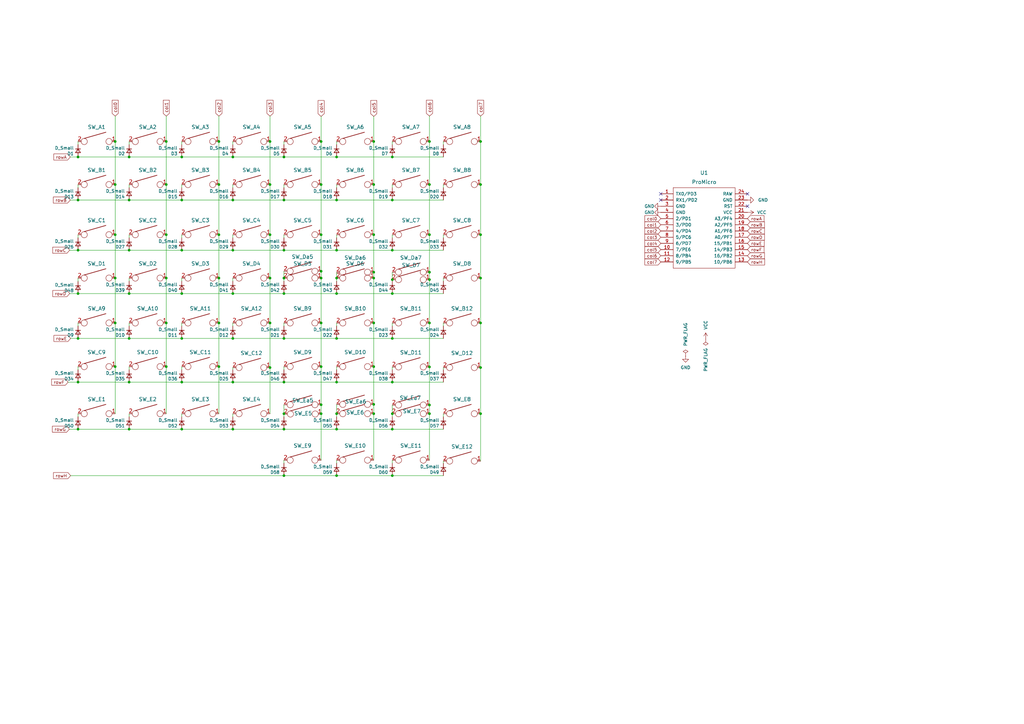
<source format=kicad_sch>
(kicad_sch (version 20230121) (generator eeschema)
  (paper "A3")
  (junction (at 138.049 138.811))
  (junction (at 138.049 195.072))
  (junction (at 138.049 156.718))
  (junction (at 131.699 169.672))
  (junction (at 131.699 58.039))
  (junction (at 52.959 156.718))
  (junction (at 110.744 114.046))
  (junction (at 138.049 64.389))
  (junction (at 68.199 58.039))
  (junction (at 176.149 169.672))
  (junction (at 32.004 156.718))
  (junction (at 153.289 58.039))
  (junction (at 68.199 132.461))
  (junction (at 32.004 82.042))
  (junction (at 68.199 150.368))
  (junction (at 68.199 75.692))
  (junction (at 95.504 156.718))
  (junction (at 176.149 96.266))
  (junction (at 176.149 132.461))
  (junction (at 116.459 114.046))
  (junction (at 160.909 176.022))
  (junction (at 47.244 132.461))
  (junction (at 95.504 64.389))
  (junction (at 116.459 120.396))
  (junction (at 197.104 75.692))
  (junction (at 116.459 102.616))
  (junction (at 47.244 114.046))
  (junction (at 74.549 64.389))
  (junction (at 89.789 132.461))
  (junction (at 52.959 102.616))
  (junction (at 32.004 176.022))
  (junction (at 32.004 102.616))
  (junction (at 32.004 138.811))
  (junction (at 74.549 102.616))
  (junction (at 89.789 96.266))
  (junction (at 138.049 169.672))
  (junction (at 89.789 150.368))
  (junction (at 131.699 165.989))
  (junction (at 89.789 58.039))
  (junction (at 138.049 114.046))
  (junction (at 153.289 111.633))
  (junction (at 160.909 195.072))
  (junction (at 116.459 195.072))
  (junction (at 176.149 75.692))
  (junction (at 176.149 114.681))
  (junction (at 197.104 114.046))
  (junction (at 197.104 132.461))
  (junction (at 32.004 64.389))
  (junction (at 116.459 156.718))
  (junction (at 116.459 64.389))
  (junction (at 176.149 58.039))
  (junction (at 95.504 102.616))
  (junction (at 138.049 82.042))
  (junction (at 116.459 138.811))
  (junction (at 197.104 169.672))
  (junction (at 160.909 156.718))
  (junction (at 68.199 114.046))
  (junction (at 131.699 132.461))
  (junction (at 138.049 120.396))
  (junction (at 131.699 114.046))
  (junction (at 153.289 96.266))
  (junction (at 95.504 176.022))
  (junction (at 153.289 114.046))
  (junction (at 74.549 120.396))
  (junction (at 110.744 132.461))
  (junction (at 52.959 82.042))
  (junction (at 74.549 82.042))
  (junction (at 138.049 102.616))
  (junction (at 110.744 75.692))
  (junction (at 131.699 75.692))
  (junction (at 110.744 58.039))
  (junction (at 153.289 165.862))
  (junction (at 176.149 111.633))
  (junction (at 197.104 150.749))
  (junction (at 160.909 64.389))
  (junction (at 153.289 132.461))
  (junction (at 160.909 169.672))
  (junction (at 131.699 111.252))
  (junction (at 47.244 58.039))
  (junction (at 116.459 82.042))
  (junction (at 131.699 96.266))
  (junction (at 176.149 150.495))
  (junction (at 153.289 75.692))
  (junction (at 74.549 176.022))
  (junction (at 116.459 169.672))
  (junction (at 160.909 120.396))
  (junction (at 47.244 75.692))
  (junction (at 160.909 138.811))
  (junction (at 68.199 96.266))
  (junction (at 74.549 138.811))
  (junction (at 52.959 120.396))
  (junction (at 95.504 82.042))
  (junction (at 153.289 169.672))
  (junction (at 95.504 138.811))
  (junction (at 197.104 96.266))
  (junction (at 110.744 96.266))
  (junction (at 116.459 176.022))
  (junction (at 95.504 120.396))
  (junction (at 153.289 150.368))
  (junction (at 89.789 114.046))
  (junction (at 89.789 75.692))
  (junction (at 32.004 120.396))
  (junction (at 52.959 176.022))
  (junction (at 197.104 58.039))
  (junction (at 47.244 150.368))
  (junction (at 131.699 150.368))
  (junction (at 176.149 166.116))
  (junction (at 160.909 102.616))
  (junction (at 110.744 150.749))
  (junction (at 74.549 156.718))
  (junction (at 138.049 176.022))
  (junction (at 47.244 96.266))
  (junction (at 52.959 64.389))
  (junction (at 160.909 114.681))
  (junction (at 52.959 138.811))
  (junction (at 160.909 82.042))
  (no_connect (at 306.578 79.502))
  (no_connect (at 306.578 84.582))
  (no_connect (at 271.018 79.502))
  (no_connect (at 271.018 82.042))
  (wire (pts (xy 138.049 188.722) (xy 138.049 189.992)))
  (wire (pts (xy 160.909 132.461) (xy 160.909 133.731)))
  (wire (pts (xy 116.459 150.368) (xy 116.459 151.638)))
  (wire (pts (xy 110.744 96.266) (xy 110.744 114.046)))
  (wire (pts (xy 176.149 58.039) (xy 176.149 47.625)))
  (wire (pts (xy 116.459 114.046) (xy 116.586 114.046)))
  (wire (pts (xy 131.699 75.692) (xy 131.699 96.266)))
  (wire (pts (xy 176.149 114.681) (xy 176.149 132.461)))
  (wire (pts (xy 116.459 169.672) (xy 116.459 170.942)))
  (wire (pts (xy 160.909 169.672) (xy 160.909 170.942)))
  (wire (pts (xy 27.94 156.718) (xy 32.004 156.718)))
  (wire (pts (xy 197.104 150.749) (xy 197.104 169.672)))
  (wire (pts (xy 116.586 169.799) (xy 116.459 169.672)))
  (wire (pts (xy 181.864 150.749) (xy 181.864 151.638)))
  (wire (pts (xy 32.004 102.616) (xy 52.959 102.616)))
  (wire (pts (xy 95.504 176.022) (xy 116.459 176.022)))
  (wire (pts (xy 110.744 75.692) (xy 110.744 96.266)))
  (wire (pts (xy 28.575 102.616) (xy 32.004 102.616)))
  (wire (pts (xy 32.004 132.461) (xy 32.004 133.731)))
  (wire (pts (xy 160.909 82.042) (xy 181.864 82.042)))
  (wire (pts (xy 160.909 75.692) (xy 160.909 76.962)))
  (wire (pts (xy 116.459 75.692) (xy 116.459 76.962)))
  (wire (pts (xy 32.004 169.672) (xy 32.004 170.942)))
  (wire (pts (xy 138.049 165.862) (xy 138.049 169.672)))
  (wire (pts (xy 138.049 132.461) (xy 138.049 133.731)))
  (wire (pts (xy 116.459 96.266) (xy 116.459 97.536)))
  (wire (pts (xy 89.789 150.368) (xy 89.789 169.672)))
  (wire (pts (xy 89.789 96.266) (xy 89.789 114.046)))
  (wire (pts (xy 160.909 96.266) (xy 160.909 97.536)))
  (wire (pts (xy 32.004 176.022) (xy 52.959 176.022)))
  (wire (pts (xy 181.864 132.461) (xy 181.864 133.731)))
  (wire (pts (xy 32.004 96.266) (xy 32.004 97.536)))
  (wire (pts (xy 160.909 64.389) (xy 181.864 64.389)))
  (wire (pts (xy 52.959 169.672) (xy 52.959 170.942)))
  (wire (pts (xy 176.149 58.039) (xy 176.149 75.692)))
  (wire (pts (xy 89.789 132.461) (xy 89.789 150.368)))
  (wire (pts (xy 160.909 169.672) (xy 161.036 169.672)))
  (wire (pts (xy 32.004 75.692) (xy 32.004 76.962)))
  (wire (pts (xy 110.744 150.749) (xy 110.744 169.672)))
  (wire (pts (xy 28.829 82.042) (xy 32.004 82.042)))
  (wire (pts (xy 32.004 138.811) (xy 52.959 138.811)))
  (wire (pts (xy 197.104 58.039) (xy 197.104 75.692)))
  (wire (pts (xy 131.699 58.039) (xy 131.699 75.692)))
  (wire (pts (xy 153.289 111.633) (xy 153.289 114.046)))
  (wire (pts (xy 47.244 47.625) (xy 47.244 58.039)))
  (wire (pts (xy 28.575 120.396) (xy 32.004 120.396)))
  (wire (pts (xy 32.004 156.718) (xy 52.959 156.718)))
  (wire (pts (xy 95.504 114.046) (xy 95.504 115.316)))
  (wire (pts (xy 28.956 138.811) (xy 32.004 138.811)))
  (wire (pts (xy 32.004 120.396) (xy 32.004 120.523)))
  (wire (pts (xy 95.504 150.749) (xy 95.504 151.638)))
  (wire (pts (xy 160.909 138.811) (xy 181.864 138.811)))
  (wire (pts (xy 138.049 64.389) (xy 160.909 64.389)))
  (wire (pts (xy 95.504 75.692) (xy 95.504 76.962)))
  (wire (pts (xy 153.289 75.692) (xy 153.289 96.266)))
  (wire (pts (xy 160.909 102.616) (xy 181.864 102.616)))
  (wire (pts (xy 160.909 58.039) (xy 160.909 59.309)))
  (wire (pts (xy 68.199 58.039) (xy 68.199 47.625)))
  (wire (pts (xy 138.049 120.396) (xy 160.909 120.396)))
  (wire (pts (xy 74.549 96.266) (xy 74.549 97.536)))
  (wire (pts (xy 52.959 64.389) (xy 74.549 64.389)))
  (wire (pts (xy 52.959 156.718) (xy 74.549 156.718)))
  (wire (pts (xy 74.549 82.042) (xy 95.504 82.042)))
  (wire (pts (xy 116.459 120.396) (xy 138.049 120.396)))
  (wire (pts (xy 197.104 75.692) (xy 197.104 96.266)))
  (wire (pts (xy 89.789 75.692) (xy 89.789 96.266)))
  (wire (pts (xy 138.049 58.039) (xy 138.049 59.309)))
  (wire (pts (xy 116.459 165.989) (xy 116.459 169.672)))
  (wire (pts (xy 52.959 176.022) (xy 74.549 176.022)))
  (wire (pts (xy 131.699 132.461) (xy 131.699 150.368)))
  (wire (pts (xy 95.504 138.811) (xy 116.459 138.811)))
  (wire (pts (xy 52.959 114.046) (xy 52.959 115.316)))
  (wire (pts (xy 74.549 150.368) (xy 74.549 151.638)))
  (wire (pts (xy 74.549 132.461) (xy 74.549 133.731)))
  (wire (pts (xy 131.699 150.368) (xy 131.699 165.989)))
  (wire (pts (xy 95.504 82.042) (xy 116.459 82.042)))
  (wire (pts (xy 68.199 75.692) (xy 68.199 96.266)))
  (wire (pts (xy 131.699 111.252) (xy 131.699 114.046)))
  (wire (pts (xy 74.549 58.039) (xy 74.549 59.309)))
  (wire (pts (xy 68.199 132.461) (xy 68.199 150.368)))
  (wire (pts (xy 160.909 111.633) (xy 160.909 114.681)))
  (wire (pts (xy 116.459 195.072) (xy 138.049 195.072)))
  (wire (pts (xy 68.199 96.266) (xy 68.199 114.046)))
  (wire (pts (xy 32.004 114.046) (xy 32.004 115.443)))
  (wire (pts (xy 32.004 64.389) (xy 52.959 64.389)))
  (wire (pts (xy 131.699 165.989) (xy 131.699 169.672)))
  (wire (pts (xy 116.459 156.718) (xy 138.049 156.718)))
  (wire (pts (xy 153.289 165.862) (xy 153.289 169.672)))
  (wire (pts (xy 74.549 156.718) (xy 95.504 156.718)))
  (wire (pts (xy 138.049 75.692) (xy 138.049 76.962)))
  (wire (pts (xy 89.789 58.039) (xy 89.789 75.692)))
  (wire (pts (xy 110.744 114.046) (xy 110.744 132.461)))
  (wire (pts (xy 153.289 47.752) (xy 153.289 58.039)))
  (wire (pts (xy 89.789 114.046) (xy 89.789 132.461)))
  (wire (pts (xy 176.149 169.672) (xy 176.149 188.722)))
  (wire (pts (xy 153.289 150.368) (xy 153.289 165.862)))
  (wire (pts (xy 138.049 138.811) (xy 160.909 138.811)))
  (wire (pts (xy 74.549 169.672) (xy 74.549 170.942)))
  (wire (pts (xy 28.956 195.072) (xy 116.459 195.072)))
  (wire (pts (xy 95.504 132.461) (xy 95.504 133.731)))
  (wire (pts (xy 153.289 132.461) (xy 153.289 150.368)))
  (wire (pts (xy 74.549 64.389) (xy 95.504 64.389)))
  (wire (pts (xy 95.504 156.718) (xy 116.459 156.718)))
  (wire (pts (xy 181.864 96.266) (xy 181.864 97.536)))
  (wire (pts (xy 89.789 58.039) (xy 89.789 47.625)))
  (wire (pts (xy 138.049 176.022) (xy 160.909 176.022)))
  (wire (pts (xy 181.864 58.039) (xy 181.864 59.309)))
  (wire (pts (xy 153.289 96.266) (xy 153.289 111.633)))
  (wire (pts (xy 131.699 169.672) (xy 131.699 188.722)))
  (wire (pts (xy 95.504 169.672) (xy 95.504 170.942)))
  (wire (pts (xy 116.459 102.616) (xy 138.049 102.616)))
  (wire (pts (xy 116.459 111.252) (xy 116.459 114.046)))
  (wire (pts (xy 47.244 150.368) (xy 47.244 169.672)))
  (wire (pts (xy 52.959 82.042) (xy 74.549 82.042)))
  (wire (pts (xy 116.459 58.039) (xy 116.459 59.309)))
  (wire (pts (xy 181.864 169.672) (xy 181.864 170.942)))
  (wire (pts (xy 160.909 120.396) (xy 181.864 120.396)))
  (wire (pts (xy 32.004 82.042) (xy 52.959 82.042)))
  (wire (pts (xy 138.049 102.616) (xy 160.909 102.616)))
  (wire (pts (xy 47.244 132.461) (xy 47.244 150.368)))
  (wire (pts (xy 116.459 138.811) (xy 138.049 138.811)))
  (wire (pts (xy 47.244 96.266) (xy 47.244 114.046)))
  (wire (pts (xy 160.909 195.072) (xy 181.864 195.072)))
  (wire (pts (xy 68.199 150.368) (xy 68.199 169.672)))
  (wire (pts (xy 138.049 150.368) (xy 138.049 151.638)))
  (wire (pts (xy 131.699 114.046) (xy 131.699 132.461)))
  (wire (pts (xy 197.104 96.266) (xy 197.104 114.046)))
  (wire (pts (xy 176.149 150.495) (xy 176.149 166.116)))
  (wire (pts (xy 116.459 132.461) (xy 116.459 133.731)))
  (wire (pts (xy 176.149 75.692) (xy 176.149 96.266)))
  (wire (pts (xy 32.004 150.368) (xy 32.004 151.638)))
  (wire (pts (xy 197.104 132.461) (xy 197.104 150.749)))
  (wire (pts (xy 131.699 58.039) (xy 131.699 47.752)))
  (wire (pts (xy 181.864 114.046) (xy 181.864 115.316)))
  (wire (pts (xy 138.049 96.266) (xy 138.049 97.536)))
  (wire (pts (xy 74.549 75.692) (xy 74.549 76.962)))
  (wire (pts (xy 116.459 64.389) (xy 138.049 64.389)))
  (wire (pts (xy 52.959 132.461) (xy 52.959 133.731)))
  (wire (pts (xy 74.549 120.396) (xy 95.504 120.396)))
  (wire (pts (xy 176.149 166.116) (xy 176.149 169.672)))
  (wire (pts (xy 176.149 111.633) (xy 176.149 114.681)))
  (wire (pts (xy 95.504 102.616) (xy 116.459 102.616)))
  (wire (pts (xy 68.199 114.046) (xy 68.199 132.461)))
  (wire (pts (xy 116.459 114.046) (xy 116.459 115.316)))
  (wire (pts (xy 153.289 169.672) (xy 153.289 188.722)))
  (wire (pts (xy 74.549 138.811) (xy 95.504 138.811)))
  (wire (pts (xy 153.289 58.039) (xy 153.289 75.692)))
  (wire (pts (xy 52.959 58.039) (xy 52.959 59.309)))
  (wire (pts (xy 52.959 120.396) (xy 74.549 120.396)))
  (wire (pts (xy 95.504 58.039) (xy 95.504 59.309)))
  (wire (pts (xy 95.504 64.389) (xy 116.459 64.389)))
  (wire (pts (xy 197.104 114.046) (xy 197.104 132.461)))
  (wire (pts (xy 68.199 58.039) (xy 68.199 75.692)))
  (wire (pts (xy 52.959 102.616) (xy 74.549 102.616)))
  (wire (pts (xy 160.909 150.495) (xy 160.909 151.638)))
  (wire (pts (xy 138.049 195.072) (xy 160.909 195.072)))
  (wire (pts (xy 138.049 156.718) (xy 160.909 156.718)))
  (wire (pts (xy 110.744 132.461) (xy 110.744 150.749)))
  (wire (pts (xy 110.744 58.039) (xy 110.744 75.692)))
  (wire (pts (xy 138.049 82.042) (xy 160.909 82.042)))
  (wire (pts (xy 95.504 96.266) (xy 95.504 97.536)))
  (wire (pts (xy 110.744 47.625) (xy 110.744 58.039)))
  (wire (pts (xy 160.909 114.681) (xy 160.909 115.316)))
  (wire (pts (xy 181.864 189.103) (xy 181.864 189.992)))
  (wire (pts (xy 160.909 156.718) (xy 181.864 156.718)))
  (wire (pts (xy 197.104 47.625) (xy 197.104 58.039)))
  (wire (pts (xy 138.049 114.046) (xy 138.049 115.316)))
  (wire (pts (xy 116.459 176.022) (xy 138.049 176.022)))
  (wire (pts (xy 160.909 188.722) (xy 160.909 189.992)))
  (wire (pts (xy 176.149 132.461) (xy 176.149 150.495)))
  (wire (pts (xy 138.049 111.633) (xy 138.049 114.046)))
  (wire (pts (xy 52.959 150.368) (xy 52.959 151.638)))
  (wire (pts (xy 131.826 169.799) (xy 131.699 169.672)))
  (wire (pts (xy 131.699 96.266) (xy 131.699 111.252)))
  (wire (pts (xy 160.909 176.022) (xy 181.864 176.022)))
  (wire (pts (xy 28.448 176.022) (xy 32.004 176.022)))
  (wire (pts (xy 153.289 114.046) (xy 153.289 132.461)))
  (wire (pts (xy 74.549 176.022) (xy 95.504 176.022)))
  (wire (pts (xy 47.244 58.039) (xy 47.244 75.692)))
  (wire (pts (xy 138.049 169.672) (xy 138.049 170.942)))
  (wire (pts (xy 52.959 138.811) (xy 74.549 138.811)))
  (wire (pts (xy 160.909 166.116) (xy 160.909 169.672)))
  (wire (pts (xy 28.829 64.389) (xy 32.004 64.389)))
  (wire (pts (xy 116.459 188.722) (xy 116.459 189.992)))
  (wire (pts (xy 74.549 102.616) (xy 95.504 102.616)))
  (wire (pts (xy 32.004 120.396) (xy 52.959 120.396)))
  (wire (pts (xy 52.959 75.692) (xy 52.959 76.962)))
  (wire (pts (xy 197.104 169.672) (xy 197.104 189.103)))
  (wire (pts (xy 95.504 120.396) (xy 116.459 120.396)))
  (wire (pts (xy 116.459 82.042) (xy 138.049 82.042)))
  (wire (pts (xy 52.959 96.266) (xy 52.959 97.536)))
  (wire (pts (xy 47.244 114.046) (xy 47.244 132.461)))
  (wire (pts (xy 47.244 75.692) (xy 47.244 96.266)))
  (wire (pts (xy 176.149 96.266) (xy 176.149 111.633)))
  (wire (pts (xy 181.864 75.692) (xy 181.864 76.962)))
  (wire (pts (xy 74.549 114.046) (xy 74.549 115.316)))
  (wire (pts (xy 32.004 58.039) (xy 32.004 59.309)))
  (global_label "rowC" (shape input) (at 28.575 102.616 180) (property "Intersheetrefs" "${INTERSHEET_REFS}" (effects hide)))
  (global_label "col0" (shape input) (at 271.018 89.662 180) (property "Intersheetrefs" "${INTERSHEET_REFS}" (effects hide)))
  (global_label "rowB" (shape input) (at 306.578 92.202 0) (property "Intersheetrefs" "${INTERSHEET_REFS}" (effects hide)))
  (global_label "col4" (shape input) (at 271.018 99.822 180) (property "Intersheetrefs" "${INTERSHEET_REFS}" (effects hide)))
  (global_label "col4" (shape input) (at 131.699 47.752 90) (property "Intersheetrefs" "${INTERSHEET_REFS}" (effects hide)))
  (global_label "col1" (shape input) (at 271.018 92.202 180) (property "Intersheetrefs" "${INTERSHEET_REFS}" (effects hide)))
  (global_label "rowG" (shape input) (at 28.448 176.022 180) (property "Intersheetrefs" "${INTERSHEET_REFS}" (effects hide)))
  (global_label "col5" (shape input) (at 271.018 102.362 180) (property "Intersheetrefs" "${INTERSHEET_REFS}" (effects hide)))
  (global_label "col2" (shape input) (at 271.018 94.742 180) (property "Intersheetrefs" "${INTERSHEET_REFS}" (effects hide)))
  (global_label "col7" (shape input) (at 197.104 47.625 90) (property "Intersheetrefs" "${INTERSHEET_REFS}" (effects hide)))
  (global_label "col3" (shape input) (at 110.744 47.625 90) (property "Intersheetrefs" "${INTERSHEET_REFS}" (effects hide)))
  (global_label "col5" (shape input) (at 153.289 47.752 90) (property "Intersheetrefs" "${INTERSHEET_REFS}" (effects hide)))
  (global_label "col1" (shape input) (at 68.199 47.625 90) (property "Intersheetrefs" "${INTERSHEET_REFS}" (effects hide)))
  (global_label "rowG" (shape input) (at 306.578 104.902 0) (property "Intersheetrefs" "${INTERSHEET_REFS}" (effects hide)))
  (global_label "col0" (shape input) (at 47.244 47.625 90) (property "Intersheetrefs" "${INTERSHEET_REFS}" (effects hide)))
  (global_label "rowD" (shape input) (at 28.575 120.396 180) (property "Intersheetrefs" "${INTERSHEET_REFS}" (effects hide)))
  (global_label "col6" (shape input) (at 176.149 47.625 90) (property "Intersheetrefs" "${INTERSHEET_REFS}" (effects hide)))
  (global_label "rowB" (shape input) (at 28.829 82.042 180) (property "Intersheetrefs" "${INTERSHEET_REFS}" (effects hide)))
  (global_label "rowE" (shape input) (at 306.578 99.822 0) (property "Intersheetrefs" "${INTERSHEET_REFS}" (effects hide)))
  (global_label "col3" (shape input) (at 271.018 97.282 180) (property "Intersheetrefs" "${INTERSHEET_REFS}" (effects hide)))
  (global_label "rowF" (shape input) (at 27.94 156.718 180) (property "Intersheetrefs" "${INTERSHEET_REFS}" (effects hide)))
  (global_label "rowF" (shape input) (at 306.578 102.362 0) (property "Intersheetrefs" "${INTERSHEET_REFS}" (effects hide)))
  (global_label "rowH" (shape input) (at 28.956 195.072 180) (property "Intersheetrefs" "${INTERSHEET_REFS}" (effects hide)))
  (global_label "rowE" (shape input) (at 28.956 138.811 180) (property "Intersheetrefs" "${INTERSHEET_REFS}" (effects hide)))
  (global_label "col2" (shape input) (at 89.789 47.625 90) (property "Intersheetrefs" "${INTERSHEET_REFS}" (effects hide)))
  (global_label "col6" (shape input) (at 271.018 104.902 180) (property "Intersheetrefs" "${INTERSHEET_REFS}" (effects hide)))
  (global_label "rowH" (shape input) (at 306.578 107.442 0) (property "Intersheetrefs" "${INTERSHEET_REFS}" (effects hide)))
  (global_label "rowD" (shape input) (at 306.578 97.282 0) (property "Intersheetrefs" "${INTERSHEET_REFS}" (effects hide)))
  (global_label "rowA" (shape input) (at 28.829 64.389 180) (property "Intersheetrefs" "${INTERSHEET_REFS}" (effects hide)))
  (global_label "rowA" (shape input) (at 306.578 89.662 0) (property "Intersheetrefs" "${INTERSHEET_REFS}" (effects hide)))
  (global_label "col7" (shape input) (at 271.018 107.442 180) (property "Intersheetrefs" "${INTERSHEET_REFS}" (effects hide)))
  (global_label "rowC" (shape input) (at 306.578 94.742 0) (property "Intersheetrefs" "${INTERSHEET_REFS}" (effects hide)))
  (symbol (lib_id "keyboard_parts:KEYSW") (at 189.484 150.749 0) (unit 1)
    (property "Reference" "SW_D12" (at 189.484 144.8308 0) (effects (font (size 1.524 1.524))))
    (property "Value" "KEYSW" (effects hide))
    (property "Footprint" "Keebio-Parts:MX-Alps-Choc-1U-NoLED" (effects hide))
  )
  (symbol (lib_id "Device:D_Small") (at 32.004 117.983 270) (unit 1)
    (property "Reference" "D48" (at 30.2768 119.1514 90) (effects (justify right)))
    (property "Value" "D_Small" (at 30.2768 116.84 90) (effects (justify right)))
    (property "Footprint" "Keebio-Parts:Diode-Hybrid-Back" (effects hide))
  )
  (symbol (lib_id "keyboard_parts:KEYSW") (at 168.529 58.039 0) (unit 1)
    (property "Reference" "SW_A7" (at 168.529 52.1208 0) (effects (font (size 1.524 1.524))))
    (property "Value" "KEYSW" (effects hide))
    (property "Footprint" "Keebio-Parts:MX-Alps-Choc-1U-NoLED" (effects hide))
  )
  (symbol (lib_id "power:GND") (at 281.178 146.05 0) (unit 1)
    (property "Reference" "#PWR0104" (effects hide))
    (property "Value" "GND" (at 281.178 150.749 0))
  )
  (symbol (lib_id "Device:D_Small") (at 138.049 192.532 270) (unit 1)
    (property "Reference" "D59" (at 136.3218 193.7004 90) (effects (justify right)))
    (property "Value" "D_Small" (at 136.3218 191.389 90) (effects (justify right)))
    (property "Footprint" "Keebio-Parts:Diode-Hybrid-Back" (effects hide))
  )
  (symbol (lib_id "keyboard_parts:KEYSW") (at 145.669 150.368 0) (unit 1)
    (property "Reference" "SW_D10" (at 145.669 144.4498 0) (effects (font (size 1.524 1.524))))
    (property "Value" "KEYSW" (effects hide))
    (property "Footprint" "Keebio-Parts:MX-Alps-Choc-1U-NoLED" (effects hide))
  )
  (symbol (lib_id "Device:D_Small") (at 74.549 173.482 270) (unit 1)
    (property "Reference" "D52" (at 72.8218 174.6504 90) (effects (justify right)))
    (property "Value" "D_Small" (at 72.8218 172.339 90) (effects (justify right)))
    (property "Footprint" "Keebio-Parts:Diode-Hybrid-Back" (effects hide))
  )
  (symbol (lib_id "Device:D_Small") (at 181.864 61.849 270) (unit 1)
    (property "Reference" "D8" (at 180.1368 63.0174 90) (effects (justify right)))
    (property "Value" "D_Small" (at 180.1368 60.706 90) (effects (justify right)))
    (property "Footprint" "Keebio-Parts:Diode-Hybrid-Back" (effects hide))
  )
  (symbol (lib_id "keyboard_parts:KEYSW") (at 168.529 166.116 0) (unit 1)
    (property "Reference" "SW_Ea7" (at 168.275 163.195 0) (effects (font (size 1.524 1.524))))
    (property "Value" "KEYSW" (effects hide))
    (property "Footprint" "Keebio-Parts:MX-Alps-Choc-2U-StabFlip-NoLED" (effects hide))
  )
  (symbol (lib_id "Device:D_Small") (at 32.004 100.076 270) (unit 1)
    (property "Reference" "D26" (at 30.2768 101.2444 90) (effects (justify right)))
    (property "Value" "D_Small" (at 30.2768 98.933 90) (effects (justify right)))
    (property "Footprint" "Keebio-Parts:Diode-Hybrid-Back" (effects hide))
  )
  (symbol (lib_id "Device:D_Small") (at 52.959 173.482 270) (unit 1)
    (property "Reference" "D51" (at 51.2318 174.6504 90) (effects (justify right)))
    (property "Value" "D_Small" (at 51.2318 172.339 90) (effects (justify right)))
    (property "Footprint" "Keebio-Parts:Diode-Hybrid-Back" (effects hide))
  )
  (symbol (lib_id "keyboard_parts:KEYSW") (at 168.529 169.672 0) (unit 1)
    (property "Reference" "SW_E7" (at 168.91 168.656 0) (effects (font (size 1.524 1.524))))
    (property "Value" "KEYSW" (effects hide))
    (property "Footprint" "Keebio-Parts:MX-Alps-Choc-1U-NoLED" (effects hide))
  )
  (symbol (lib_id "keyboard_parts:KEYSW") (at 82.169 96.266 0) (unit 1)
    (property "Reference" "SW_C3" (at 82.169 90.3478 0) (effects (font (size 1.524 1.524))))
    (property "Value" "KEYSW" (effects hide))
    (property "Footprint" "Keebio-Parts:MX-Alps-Choc-1U-NoLED" (effects hide))
  )
  (symbol (lib_id "keyboard_parts:KEYSW") (at 124.079 188.722 0) (unit 1)
    (property "Reference" "SW_E9" (at 124.079 182.8038 0) (effects (font (size 1.524 1.524))))
    (property "Value" "KEYSW" (effects hide))
    (property "Footprint" "Keebio-Parts:MX-Alps-Choc-1U-NoLED" (effects hide))
  )
  (symbol (lib_id "Device:D_Small") (at 74.549 61.849 270) (unit 1)
    (property "Reference" "D3" (at 72.8218 63.0174 90) (effects (justify right)))
    (property "Value" "D_Small" (at 72.8218 60.706 90) (effects (justify right)))
    (property "Footprint" "Keebio-Parts:Diode-Hybrid-Back" (effects hide))
  )
  (symbol (lib_id "Device:D_Small") (at 181.864 100.076 270) (unit 1)
    (property "Reference" "D33" (at 180.1368 101.2444 90) (effects (justify right)))
    (property "Value" "D_Small" (at 180.1368 98.933 90) (effects (justify right)))
    (property "Footprint" "Keebio-Parts:Diode-Hybrid-Back" (effects hide))
  )
  (symbol (lib_id "keyboard_parts:KEYSW") (at 39.624 75.692 0) (unit 1)
    (property "Reference" "SW_B1" (at 39.624 69.7738 0) (effects (font (size 1.524 1.524))))
    (property "Value" "KEYSW" (effects hide))
    (property "Footprint" "Keebio-Parts:MX-Alps-Choc-1U-NoLED" (effects hide))
  )
  (symbol (lib_id "Device:D_Small") (at 138.049 154.178 270) (unit 1)
    (property "Reference" "D47" (at 136.3218 155.3464 90) (effects (justify right)))
    (property "Value" "D_Small" (at 136.3218 153.035 90) (effects (justify right)))
    (property "Footprint" "Keebio-Parts:Diode-Hybrid-Back" (effects hide))
  )
  (symbol (lib_id "Device:D_Small") (at 74.549 100.076 270) (unit 1)
    (property "Reference" "D28" (at 72.8218 101.2444 90) (effects (justify right)))
    (property "Value" "D_Small" (at 72.8218 98.933 90) (effects (justify right)))
    (property "Footprint" "Keebio-Parts:Diode-Hybrid-Back" (effects hide))
  )
  (symbol (lib_id "keyboard_parts:KEYSW") (at 145.669 96.266 0) (unit 1)
    (property "Reference" "SW_C6" (at 145.669 90.3478 0) (effects (font (size 1.524 1.524))))
    (property "Value" "KEYSW" (effects hide))
    (property "Footprint" "Keebio-Parts:MX-Alps-Choc-1U-NoLED" (effects hide))
  )
  (symbol (lib_id "keyboard_parts:KEYSW") (at 60.579 132.461 0) (unit 1)
    (property "Reference" "SW_A10" (at 60.579 126.5428 0) (effects (font (size 1.524 1.524))))
    (property "Value" "KEYSW" (effects hide))
    (property "Footprint" "Keebio-Parts:MX-Alps-Choc-1U-NoLED" (effects hide))
  )
  (symbol (lib_id "Device:D_Small") (at 181.864 117.856 270) (unit 1)
    (property "Reference" "D45" (at 180.1368 119.0244 90) (effects (justify right)))
    (property "Value" "D_Small" (at 180.1368 116.713 90) (effects (justify right)))
    (property "Footprint" "Keebio-Parts:Diode-Hybrid-Back" (effects hide))
  )
  (symbol (lib_id "keyboard_parts:KEYSW") (at 124.079 96.266 0) (unit 1)
    (property "Reference" "SW_C5" (at 124.079 90.3478 0) (effects (font (size 1.524 1.524))))
    (property "Value" "KEYSW" (effects hide))
    (property "Footprint" "Keebio-Parts:MX-Alps-Choc-1U-NoLED" (effects hide))
  )
  (symbol (lib_id "power:PWR_FLAG") (at 289.433 139.065 180) (unit 1)
    (property "Reference" "#FLG0101" (effects hide))
    (property "Value" "PWR_FLAG" (at 289.4329 142.748 90) (effects (justify left)))
  )
  (symbol (lib_id "Device:D_Small") (at 52.959 154.178 270) (unit 1)
    (property "Reference" "D35" (at 51.2318 155.3464 90) (effects (justify right)))
    (property "Value" "D_Small" (at 51.2318 153.035 90) (effects (justify right)))
    (property "Footprint" "Keebio-Parts:Diode-Hybrid-Back" (effects hide))
  )
  (symbol (lib_id "keyboard_parts:KEYSW") (at 124.079 150.368 0) (unit 1)
    (property "Reference" "SW_D9" (at 124.079 144.4498 0) (effects (font (size 1.524 1.524))))
    (property "Value" "KEYSW" (effects hide))
    (property "Footprint" "Keebio-Parts:MX-Alps-Choc-1U-NoLED" (effects hide))
  )
  (symbol (lib_id "keyboard_parts:KEYSW") (at 103.124 150.749 0) (unit 1)
    (property "Reference" "SW_C12" (at 103.124 144.8308 0) (effects (font (size 1.524 1.524))))
    (property "Value" "KEYSW" (effects hide))
    (property "Footprint" "Keebio-Parts:MX-Alps-Choc-1U-NoLED" (effects hide))
  )
  (symbol (lib_id "keyboard_parts:KEYSW") (at 60.579 114.046 0) (unit 1)
    (property "Reference" "SW_D2" (at 60.579 108.1278 0) (effects (font (size 1.524 1.524))))
    (property "Value" "KEYSW" (effects hide))
    (property "Footprint" "Keebio-Parts:MX-Alps-Choc-1U-NoLED" (effects hide))
  )
  (symbol (lib_id "keyboard_parts:KEYSW") (at 189.484 75.692 0) (unit 1)
    (property "Reference" "SW_B8" (at 189.484 69.7738 0) (effects (font (size 1.524 1.524))))
    (property "Value" "KEYSW" (effects hide))
    (property "Footprint" "Keebio-Parts:MX-Alps-Choc-1U-NoLED" (effects hide))
  )
  (symbol (lib_id "Device:D_Small") (at 116.459 61.849 270) (unit 1)
    (property "Reference" "D5" (at 114.7318 63.0174 90) (effects (justify right)))
    (property "Value" "D_Small" (at 114.7318 60.706 90) (effects (justify right)))
    (property "Footprint" "Keebio-Parts:Diode-Hybrid-Back" (effects hide))
  )
  (symbol (lib_id "keyboard_parts:KEYSW") (at 145.669 75.692 0) (unit 1)
    (property "Reference" "SW_B6" (at 145.669 69.7738 0) (effects (font (size 1.524 1.524))))
    (property "Value" "KEYSW" (effects hide))
    (property "Footprint" "Keebio-Parts:MX-Alps-Choc-1U-NoLED" (effects hide))
  )
  (symbol (lib_id "Device:D_Small") (at 95.504 173.482 270) (unit 1)
    (property "Reference" "D53" (at 93.7768 174.6504 90) (effects (justify right)))
    (property "Value" "D_Small" (at 93.7768 172.339 90) (effects (justify right)))
    (property "Footprint" "Keebio-Parts:Diode-Hybrid-Back" (effects hide))
  )
  (symbol (lib_id "keyboard_parts:KEYSW") (at 60.579 75.692 0) (unit 1)
    (property "Reference" "SW_B2" (at 60.579 69.7738 0) (effects (font (size 1.524 1.524))))
    (property "Value" "KEYSW" (effects hide))
    (property "Footprint" "Keebio-Parts:MX-Alps-Choc-1U-NoLED" (effects hide))
  )
  (symbol (lib_id "Device:D_Small") (at 95.504 154.178 270) (unit 1)
    (property "Reference" "D25" (at 93.7768 155.3464 90) (effects (justify right)))
    (property "Value" "D_Small" (at 93.7768 153.035 90) (effects (justify right)))
    (property "Footprint" "Keebio-Parts:Diode-Hybrid-Back" (effects hide))
  )
  (symbol (lib_id "keyboard_parts:KEYSW") (at 145.669 114.046 0) (unit 1)
    (property "Reference" "SW_D6" (at 145.669 108.1278 0) (effects (font (size 1.524 1.524))))
    (property "Value" "KEYSW" (effects hide))
    (property "Footprint" "Keebio-Parts:MX-Alps-Choc-1U-NoLED" (effects hide))
  )
  (symbol (lib_id "Device:D_Small") (at 95.504 61.849 270) (unit 1)
    (property "Reference" "D4" (at 93.7768 63.0174 90) (effects (justify right)))
    (property "Value" "D_Small" (at 93.7768 60.706 90) (effects (justify right)))
    (property "Footprint" "Keebio-Parts:Diode-Hybrid-Back" (effects hide))
  )
  (symbol (lib_id "keyboard_parts:KEYSW") (at 124.079 75.692 0) (unit 1)
    (property "Reference" "SW_B5" (at 124.079 69.7738 0) (effects (font (size 1.524 1.524))))
    (property "Value" "KEYSW" (effects hide))
    (property "Footprint" "Keebio-Parts:MX-Alps-Choc-1U-NoLED" (effects hide))
  )
  (symbol (lib_id "power:VCC") (at 289.433 139.065 0) (unit 1)
    (property "Reference" "#PWR0103" (effects hide))
    (property "Value" "VCC" (at 289.4329 135.255 90) (effects (justify left)))
  )
  (symbol (lib_id "keyboard_parts:KEYSW") (at 82.169 169.672 0) (unit 1)
    (property "Reference" "SW_E3" (at 82.169 163.7538 0) (effects (font (size 1.524 1.524))))
    (property "Value" "KEYSW" (effects hide))
    (property "Footprint" "Keebio-Parts:MX-Alps-Choc-1U-NoLED" (effects hide))
  )
  (symbol (lib_id "Device:D_Small") (at 32.004 154.178 270) (unit 1)
    (property "Reference" "D34" (at 30.2768 155.3464 90) (effects (justify right)))
    (property "Value" "D_Small" (at 30.2768 153.035 90) (effects (justify right)))
    (property "Footprint" "Keebio-Parts:Diode-Hybrid-Back" (effects hide))
  )
  (symbol (lib_id "keyboard_parts:KEYSW") (at 82.169 75.692 0) (unit 1)
    (property "Reference" "SW_B3" (at 82.169 69.7738 0) (effects (font (size 1.524 1.524))))
    (property "Value" "KEYSW" (effects hide))
    (property "Footprint" "Keebio-Parts:MX-Alps-Choc-1U-NoLED" (effects hide))
  )
  (symbol (lib_id "power:VCC") (at 306.578 87.122 270) (unit 1)
    (property "Reference" "#PWR0102" (effects hide))
    (property "Value" "VCC" (at 310.515 87.1219 90) (effects (justify left)))
  )
  (symbol (lib_id "keyboard_parts:KEYSW") (at 145.669 188.722 0) (unit 1)
    (property "Reference" "SW_E10" (at 145.669 182.8038 0) (effects (font (size 1.524 1.524))))
    (property "Value" "KEYSW" (effects hide))
    (property "Footprint" "Keebio-Parts:MX-Alps-Choc-1U-NoLED" (effects hide))
  )
  (symbol (lib_id "Device:D_Small") (at 32.004 136.271 270) (unit 1)
    (property "Reference" "D9" (at 30.2768 137.4394 90) (effects (justify right)))
    (property "Value" "D_Small" (at 30.2768 135.128 90) (effects (justify right)))
    (property "Footprint" "Keebio-Parts:Diode-Hybrid-Back" (effects hide))
  )
  (symbol (lib_id "Device:D_Small") (at 138.049 100.076 270) (unit 1)
    (property "Reference" "D31" (at 136.3218 101.2444 90) (effects (justify right)))
    (property "Value" "D_Small" (at 136.3218 98.933 90) (effects (justify right)))
    (property "Footprint" "Keebio-Parts:Diode-Hybrid-Back" (effects hide))
  )
  (symbol (lib_id "keyboard_parts:KEYSW") (at 189.484 96.266 0) (unit 1)
    (property "Reference" "SW_C8" (at 189.484 90.3478 0) (effects (font (size 1.524 1.524))))
    (property "Value" "KEYSW" (effects hide))
    (property "Footprint" "Keebio-Parts:MX-Alps-Choc-1U-NoLED" (effects hide))
  )
  (symbol (lib_id "keyboard_parts:KEYSW") (at 39.624 132.461 0) (unit 1)
    (property "Reference" "SW_A9" (at 39.624 126.5428 0) (effects (font (size 1.524 1.524))))
    (property "Value" "KEYSW" (effects hide))
    (property "Footprint" "Keebio-Parts:MX-Alps-Choc-1U-NoLED" (effects hide))
  )
  (symbol (lib_id "Device:D_Small") (at 181.864 136.271 270) (unit 1)
    (property "Reference" "D24" (at 180.1368 137.4394 90) (effects (justify right)))
    (property "Value" "D_Small" (at 180.1368 135.128 90) (effects (justify right)))
    (property "Footprint" "Keebio-Parts:Diode-Hybrid-Back" (effects hide))
  )
  (symbol (lib_id "keyboard_parts:KEYSW") (at 103.124 75.692 0) (unit 1)
    (property "Reference" "SW_B4" (at 103.124 69.7738 0) (effects (font (size 1.524 1.524))))
    (property "Value" "KEYSW" (effects hide))
    (property "Footprint" "Keebio-Parts:MX-Alps-Choc-1U-NoLED" (effects hide))
  )
  (symbol (lib_id "keyboard_parts:KEYSW") (at 103.124 132.461 0) (unit 1)
    (property "Reference" "SW_A12" (at 103.124 126.5428 0) (effects (font (size 1.524 1.524))))
    (property "Value" "KEYSW" (effects hide))
    (property "Footprint" "Keebio-Parts:MX-Alps-Choc-1U-NoLED" (effects hide))
  )
  (symbol (lib_id "Device:D_Small") (at 52.959 136.271 270) (unit 1)
    (property "Reference" "D10" (at 51.2318 137.4394 90) (effects (justify right)))
    (property "Value" "D_Small" (at 51.2318 135.128 90) (effects (justify right)))
    (property "Footprint" "Keebio-Parts:Diode-Hybrid-Back" (effects hide))
  )
  (symbol (lib_id "Device:D_Small") (at 160.909 136.271 270) (unit 1)
    (property "Reference" "D23" (at 159.1818 137.4394 90) (effects (justify right)))
    (property "Value" "D_Small" (at 159.1818 135.128 90) (effects (justify right)))
    (property "Footprint" "Keebio-Parts:Diode-Hybrid-Back" (effects hide))
  )
  (symbol (lib_id "Device:D_Small") (at 74.549 154.178 270) (unit 1)
    (property "Reference" "D36" (at 72.8218 155.3464 90) (effects (justify right)))
    (property "Value" "D_Small" (at 72.8218 153.035 90) (effects (justify right)))
    (property "Footprint" "Keebio-Parts:Diode-Hybrid-Back" (effects hide))
  )
  (symbol (lib_id "power:GND") (at 271.018 87.122 270) (unit 1)
    (property "Reference" "#PWR0105" (effects hide))
    (property "Value" "GND" (at 264.287 87.122 90) (effects (justify left)))
  )
  (symbol (lib_id "keyboard_parts:KEYSW") (at 124.079 111.252 0) (unit 1)
    (property "Reference" "SW_Da5" (at 124.079 105.3338 0) (effects (font (size 1.524 1.524))))
    (property "Value" "KEYSW" (effects hide))
    (property "Footprint" "Keebio-Parts:MX-Alps-Choc-2U-StabFlip-NoLED" (effects hide))
  )
  (symbol (lib_id "Device:D_Small") (at 181.864 154.178 270) (unit 1)
    (property "Reference" "D37" (at 180.1368 155.3464 90) (effects (justify right)))
    (property "Value" "D_Small" (at 180.1368 153.035 90) (effects (justify right)))
    (property "Footprint" "Keebio-Parts:Diode-Hybrid-Back" (effects hide))
  )
  (symbol (lib_id "keyboard_parts:KEYSW") (at 82.169 150.368 0) (unit 1)
    (property "Reference" "SW_C11" (at 82.169 144.4498 0) (effects (font (size 1.524 1.524))))
    (property "Value" "KEYSW" (effects hide))
    (property "Footprint" "Keebio-Parts:MX-Alps-Choc-1U-NoLED" (effects hide))
  )
  (symbol (lib_id "keebio:ProMicro") (at 288.798 93.472 0) (unit 1)
    (property "Reference" "U1" (at 288.798 70.866 0) (effects (font (size 1.524 1.524))))
    (property "Value" "ProMicro" (at 288.798 74.676 0) (effects (font (size 1.524 1.524))))
    (property "Footprint" "Keebio Parts:ArduinoProMicro-Mini-USB" (effects hide))
  )
  (symbol (lib_id "keyboard_parts:KEYSW") (at 168.529 96.266 0) (unit 1)
    (property "Reference" "SW_C7" (at 168.529 90.3478 0) (effects (font (size 1.524 1.524))))
    (property "Value" "KEYSW" (effects hide))
    (property "Footprint" "Keebio-Parts:MX-Alps-Choc-1U-NoLED" (effects hide))
  )
  (symbol (lib_id "keyboard_parts:KEYSW") (at 60.579 150.368 0) (unit 1)
    (property "Reference" "SW_C10" (at 60.579 144.4498 0) (effects (font (size 1.524 1.524))))
    (property "Value" "KEYSW" (effects hide))
    (property "Footprint" "Keebio-Parts:MX-Alps-Choc-1U-NoLED" (effects hide))
  )
  (symbol (lib_id "Device:D_Small") (at 181.864 173.482 270) (unit 1)
    (property "Reference" "D57" (at 180.1368 174.6504 90) (effects (justify right)))
    (property "Value" "D_Small" (at 180.1368 172.339 90) (effects (justify right)))
    (property "Footprint" "Keebio-Parts:Diode-Hybrid-Back" (effects hide))
  )
  (symbol (lib_id "Device:D_Small") (at 160.909 154.178 270) (unit 1)
    (property "Reference" "D38" (at 159.1818 155.3464 90) (effects (justify right)))
    (property "Value" "D_Small" (at 159.1818 153.035 90) (effects (justify right)))
    (property "Footprint" "Keebio-Parts:Diode-Hybrid-Back" (effects hide))
  )
  (symbol (lib_id "Device:D_Small") (at 160.909 100.076 270) (unit 1)
    (property "Reference" "D32" (at 159.1818 101.2444 90) (effects (justify right)))
    (property "Value" "D_Small" (at 159.1818 98.933 90) (effects (justify right)))
    (property "Footprint" "Keebio-Parts:Diode-Hybrid-Back" (effects hide))
  )
  (symbol (lib_id "keyboard_parts:KEYSW") (at 168.529 150.495 0) (unit 1)
    (property "Reference" "SW_D11" (at 168.529 144.5768 0) (effects (font (size 1.524 1.524))))
    (property "Value" "KEYSW" (effects hide))
    (property "Footprint" "Keebio-Parts:MX-Alps-Choc-1U-NoLED" (effects hide))
  )
  (symbol (lib_id "keyboard_parts:KEYSW") (at 39.624 96.266 0) (unit 1)
    (property "Reference" "SW_C1" (at 39.624 90.3478 0) (effects (font (size 1.524 1.524))))
    (property "Value" "KEYSW" (effects hide))
    (property "Footprint" "Keebio-Parts:MX-Alps-Choc-1U-NoLED" (effects hide))
  )
  (symbol (lib_id "Device:D_Small") (at 160.909 79.502 270) (unit 1)
    (property "Reference" "D19" (at 159.1818 80.6704 90) (effects (justify right)))
    (property "Value" "D_Small" (at 159.1818 78.359 90) (effects (justify right)))
    (property "Footprint" "Keebio-Parts:Diode-Hybrid-Back" (effects hide))
  )
  (symbol (lib_id "keyboard_parts:KEYSW") (at 145.669 169.672 0) (unit 1)
    (property "Reference" "SW_E6" (at 145.669 169.164 0) (effects (font (size 1.524 1.524))))
    (property "Value" "KEYSW" (effects hide))
    (property "Footprint" "Keebio-Parts:MX-Alps-Choc-1U-NoLED" (effects hide))
  )
  (symbol (lib_id "Device:D_Small") (at 52.959 61.849 270) (unit 1)
    (property "Reference" "D2" (at 51.2318 63.0174 90) (effects (justify right)))
    (property "Value" "D_Small" (at 51.2318 60.706 90) (effects (justify right)))
    (property "Footprint" "Keebio-Parts:Diode-Hybrid-Back" (effects hide))
  )
  (symbol (lib_id "keyboard_parts:KEYSW") (at 39.624 58.039 0) (unit 1)
    (property "Reference" "SW_A1" (at 39.624 52.1208 0) (effects (font (size 1.524 1.524))))
    (property "Value" "KEYSW" (effects hide))
    (property "Footprint" "Keebio-Parts:MX-Alps-Choc-1U-NoLED" (effects hide))
  )
  (symbol (lib_id "keyboard_parts:KEYSW") (at 168.529 111.633 0) (unit 1)
    (property "Reference" "SW_Da7" (at 168.529 105.7148 0) (effects (font (size 1.524 1.524))))
    (property "Value" "KEYSW" (effects hide))
    (property "Footprint" "Keebio-Parts:MX-Alps-Choc-2U-StabFlip-NoLED" (effects hide))
  )
  (symbol (lib_id "Device:D_Small") (at 32.004 61.849 270) (unit 1)
    (property "Reference" "D1" (at 30.2768 63.0174 90) (effects (justify right)))
    (property "Value" "D_Small" (at 30.2768 60.706 90) (effects (justify right)))
    (property "Footprint" "Keebio-Parts:Diode-Hybrid-Back" (effects hide))
  )
  (symbol (lib_id "keyboard_parts:KEYSW") (at 103.124 114.046 0) (unit 1)
    (property "Reference" "SW_D4" (at 103.124 108.1278 0) (effects (font (size 1.524 1.524))))
    (property "Value" "KEYSW" (effects hide))
    (property "Footprint" "Keebio-Parts:MX-Alps-Choc-1U-NoLED" (effects hide))
  )
  (symbol (lib_id "power:PWR_FLAG") (at 281.178 146.05 0) (unit 1)
    (property "Reference" "#FLG0102" (effects hide))
    (property "Value" "PWR_FLAG" (at 281.1781 141.986 90) (effects (justify left)))
  )
  (symbol (lib_id "keyboard_parts:KEYSW") (at 168.529 132.461 0) (unit 1)
    (property "Reference" "SW_B11" (at 168.529 126.5428 0) (effects (font (size 1.524 1.524))))
    (property "Value" "KEYSW" (effects hide))
    (property "Footprint" "Keebio-Parts:MX-Alps-Choc-1U-NoLED" (effects hide))
  )
  (symbol (lib_id "Device:D_Small") (at 32.004 79.502 270) (unit 1)
    (property "Reference" "D13" (at 30.2768 80.6704 90) (effects (justify right)))
    (property "Value" "D_Small" (at 30.2768 78.359 90) (effects (justify right)))
    (property "Footprint" "Keebio-Parts:Diode-Hybrid-Back" (effects hide))
  )
  (symbol (lib_id "keyboard_parts:KEYSW") (at 145.669 165.862 0) (unit 1)
    (property "Reference" "SW_Ea6" (at 145.923 164.719 0) (effects (font (size 1.524 1.524))))
    (property "Value" "KEYSW" (effects hide))
    (property "Footprint" "Keebio-Parts:MX-Alps-Choc-2U-StabFlip-NoLED" (effects hide))
  )
  (symbol (lib_id "keyboard_parts:KEYSW") (at 189.484 189.103 0) (unit 1)
    (property "Reference" "SW_E12" (at 189.484 183.1848 0) (effects (font (size 1.524 1.524))))
    (property "Value" "KEYSW" (effects hide))
    (property "Footprint" "Keebio-Parts:MX-Alps-Choc-1U-NoLED" (effects hide))
  )
  (symbol (lib_id "Device:D_Small") (at 95.504 79.502 270) (unit 1)
    (property "Reference" "D16" (at 93.7768 80.6704 90) (effects (justify right)))
    (property "Value" "D_Small" (at 93.7768 78.359 90) (effects (justify right)))
    (property "Footprint" "Keebio-Parts:Diode-Hybrid-Back" (effects hide))
  )
  (symbol (lib_id "keyboard_parts:KEYSW") (at 145.669 58.039 0) (unit 1)
    (property "Reference" "SW_A6" (at 145.669 52.1208 0) (effects (font (size 1.524 1.524))))
    (property "Value" "KEYSW" (effects hide))
    (property "Footprint" "Keebio-Parts:MX-Alps-Choc-1U-NoLED" (effects hide))
  )
  (symbol (lib_id "Device:D_Small") (at 52.959 79.502 270) (unit 1)
    (property "Reference" "D14" (at 51.2318 80.6704 90) (effects (justify right)))
    (property "Value" "D_Small" (at 51.2318 78.359 90) (effects (justify right)))
    (property "Footprint" "Keebio-Parts:Diode-Hybrid-Back" (effects hide))
  )
  (symbol (lib_id "keyboard_parts:KEYSW") (at 60.579 58.039 0) (unit 1)
    (property "Reference" "SW_A2" (at 60.579 52.1208 0) (effects (font (size 1.524 1.524))))
    (property "Value" "KEYSW" (effects hide))
    (property "Footprint" "Keebio-Parts:MX-Alps-Choc-1U-NoLED" (effects hide))
  )
  (symbol (lib_id "keyboard_parts:KEYSW") (at 168.529 114.681 0) (unit 1)
    (property "Reference" "SW_D7" (at 168.529 108.7628 0) (effects (font (size 1.524 1.524))))
    (property "Value" "KEYSW" (effects hide))
    (property "Footprint" "Keebio-Parts:MX-Alps-Choc-1U-NoLED" (effects hide))
  )
  (symbol (lib_id "Device:D_Small") (at 116.459 79.502 270) (unit 1)
    (property "Reference" "D17" (at 114.7318 80.6704 90) (effects (justify right)))
    (property "Value" "D_Small" (at 114.7318 78.359 90) (effects (justify right)))
    (property "Footprint" "Keebio-Parts:Diode-Hybrid-Back" (effects hide))
  )
  (symbol (lib_id "Device:D_Small") (at 116.459 192.532 270) (unit 1)
    (property "Reference" "D58" (at 114.7318 193.7004 90) (effects (justify right)))
    (property "Value" "D_Small" (at 114.7318 191.389 90) (effects (justify right)))
    (property "Footprint" "Keebio-Parts:Diode-Hybrid-Back" (effects hide))
  )
  (symbol (lib_id "keyboard_parts:KEYSW") (at 124.206 169.799 0) (unit 1)
    (property "Reference" "SW_E5" (at 124.333 169.545 0) (effects (font (size 1.524 1.524))))
    (property "Value" "KEYSW" (effects hide))
    (property "Footprint" "Keebio-Parts:MX-Alps-Choc-1U-NoLED" (effects hide))
  )
  (symbol (lib_id "Device:D_Small") (at 95.504 100.076 270) (unit 1)
    (property "Reference" "D29" (at 93.7768 101.2444 90) (effects (justify right)))
    (property "Value" "D_Small" (at 93.7768 98.933 90) (effects (justify right)))
    (property "Footprint" "Keebio-Parts:Diode-Hybrid-Back" (effects hide))
  )
  (symbol (lib_id "power:GND") (at 271.018 84.582 270) (unit 1)
    (property "Reference" "#PWR0106" (effects hide))
    (property "Value" "GND" (at 264.287 84.582 90) (effects (justify left)))
  )
  (symbol (lib_id "keyboard_parts:KEYSW") (at 103.124 169.672 0) (unit 1)
    (property "Reference" "SW_E4" (at 103.124 163.7538 0) (effects (font (size 1.524 1.524))))
    (property "Value" "KEYSW" (effects hide))
    (property "Footprint" "Keebio-Parts:MX-Alps-Choc-1U-NoLED" (effects hide))
  )
  (symbol (lib_id "Device:D_Small") (at 116.459 154.178 270) (unit 1)
    (property "Reference" "D46" (at 114.7318 155.3464 90) (effects (justify right)))
    (property "Value" "D_Small" (at 114.7318 153.035 90) (effects (justify right)))
    (property "Footprint" "Keebio-Parts:Diode-Hybrid-Back" (effects hide))
  )
  (symbol (lib_id "Device:D_Small") (at 95.504 136.271 270) (unit 1)
    (property "Reference" "D12" (at 93.7768 137.4394 90) (effects (justify right)))
    (property "Value" "D_Small" (at 93.7768 135.128 90) (effects (justify right)))
    (property "Footprint" "Keebio-Parts:Diode-Hybrid-Back" (effects hide))
  )
  (symbol (lib_id "Device:D_Small") (at 160.909 173.482 270) (unit 1)
    (property "Reference" "D56" (at 159.1818 174.6504 90) (effects (justify right)))
    (property "Value" "D_Small" (at 159.1818 172.339 90) (effects (justify right)))
    (property "Footprint" "Keebio-Parts:Diode-Hybrid-Back" (effects hide))
  )
  (symbol (lib_id "keyboard_parts:KEYSW") (at 60.579 169.672 0) (unit 1)
    (property "Reference" "SW_E2" (at 60.579 163.7538 0) (effects (font (size 1.524 1.524))))
    (property "Value" "KEYSW" (effects hide))
    (property "Footprint" "Keebio-Parts:MX-Alps-Choc-1U-NoLED" (effects hide))
  )
  (symbol (lib_id "keyboard_parts:KEYSW") (at 145.669 132.461 0) (unit 1)
    (property "Reference" "SW_B10" (at 145.669 126.5428 0) (effects (font (size 1.524 1.524))))
    (property "Value" "KEYSW" (effects hide))
    (property "Footprint" "Keebio-Parts:MX-Alps-Choc-1U-NoLED" (effects hide))
  )
  (symbol (lib_id "keyboard_parts:KEYSW") (at 103.124 96.266 0) (unit 1)
    (property "Reference" "SW_C4" (at 103.124 90.3478 0) (effects (font (size 1.524 1.524))))
    (property "Value" "KEYSW" (effects hide))
    (property "Footprint" "Keebio-Parts:MX-Alps-Choc-1U-NoLED" (effects hide))
  )
  (symbol (lib_id "keyboard_parts:KEYSW") (at 39.624 114.046 0) (unit 1)
    (property "Reference" "SW_D1" (at 39.624 108.1278 0) (effects (font (size 1.524 1.524))))
    (property "Value" "KEYSW" (effects hide))
    (property "Footprint" "Keebio-Parts:MX-Alps-Choc-1U-NoLED" (effects hide))
  )
  (symbol (lib_id "Device:D_Small") (at 138.049 79.502 270) (unit 1)
    (property "Reference" "D18" (at 136.3218 80.6704 90) (effects (justify right)))
    (property "Value" "D_Small" (at 136.3218 78.359 90) (effects (justify right)))
    (property "Footprint" "Keebio-Parts:Diode-Hybrid-Back" (effects hide))
  )
  (symbol (lib_id "Device:D_Small") (at 116.459 136.271 270) (unit 1)
    (property "Reference" "D21" (at 114.7318 137.4394 90) (effects (justify right)))
    (property "Value" "D_Small" (at 114.7318 135.128 90) (effects (justify right)))
    (property "Footprint" "Keebio-Parts:Diode-Hybrid-Back" (effects hide))
  )
  (symbol (lib_id "Device:D_Small") (at 160.909 117.856 270) (unit 1)
    (property "Reference" "D44" (at 159.1818 119.0244 90) (effects (justify right)))
    (property "Value" "D_Small" (at 159.1818 116.713 90) (effects (justify right)))
    (property "Footprint" "Keebio-Parts:Diode-Hybrid-Back" (effects hide))
  )
  (symbol (lib_id "Device:D_Small") (at 116.459 117.856 270) (unit 1)
    (property "Reference" "D42" (at 114.7318 119.0244 90) (effects (justify right)))
    (property "Value" "D_Small" (at 114.7318 116.713 90) (effects (justify right)))
    (property "Footprint" "Keebio-Parts:Diode-Hybrid-Back" (effects hide))
  )
  (symbol (lib_id "Device:D_Small") (at 138.049 136.271 270) (unit 1)
    (property "Reference" "D22" (at 136.3218 137.4394 90) (effects (justify right)))
    (property "Value" "D_Small" (at 136.3218 135.128 90) (effects (justify right)))
    (property "Footprint" "Keebio-Parts:Diode-Hybrid-Back" (effects hide))
  )
  (symbol (lib_id "keyboard_parts:KEYSW") (at 103.124 58.039 0) (unit 1)
    (property "Reference" "SW_A4" (at 103.124 52.1208 0) (effects (font (size 1.524 1.524))))
    (property "Value" "KEYSW" (effects hide))
    (property "Footprint" "Keebio-Parts:MX-Alps-Choc-1U-NoLED" (effects hide))
  )
  (symbol (lib_id "Device:D_Small") (at 32.004 173.482 270) (unit 1)
    (property "Reference" "D50" (at 30.2768 174.6504 90) (effects (justify right)))
    (property "Value" "D_Small" (at 30.2768 172.339 90) (effects (justify right)))
    (property "Footprint" "Keebio-Parts:Diode-Hybrid-Back" (effects hide))
  )
  (symbol (lib_id "keyboard_parts:KEYSW") (at 189.484 132.461 0) (unit 1)
    (property "Reference" "SW_B12" (at 189.484 126.5428 0) (effects (font (size 1.524 1.524))))
    (property "Value" "KEYSW" (effects hide))
    (property "Footprint" "Keebio-Parts:MX-Alps-Choc-1U-NoLED" (effects hide))
  )
  (symbol (lib_id "keyboard_parts:KEYSW") (at 82.169 132.461 0) (unit 1)
    (property "Reference" "SW_A11" (at 82.169 126.5428 0) (effects (font (size 1.524 1.524))))
    (property "Value" "KEYSW" (effects hide))
    (property "Footprint" "Keebio-Parts:MX-Alps-Choc-1U-NoLED" (effects hide))
  )
  (symbol (lib_id "Device:D_Small") (at 74.549 79.502 270) (unit 1)
    (property "Reference" "D15" (at 72.8218 80.6704 90) (effects (justify right)))
    (property "Value" "D_Small" (at 72.8218 78.359 90) (effects (justify right)))
    (property "Footprint" "Keebio-Parts:Diode-Hybrid-Back" (effects hide))
  )
  (symbol (lib_id "Device:D_Small") (at 138.049 61.849 270) (unit 1)
    (property "Reference" "D6" (at 136.3218 63.0174 90) (effects (justify right)))
    (property "Value" "D_Small" (at 136.3218 60.706 90) (effects (justify right)))
    (property "Footprint" "Keebio-Parts:Diode-Hybrid-Back" (effects hide))
  )
  (symbol (lib_id "Device:D_Small") (at 138.049 173.482 270) (unit 1)
    (property "Reference" "D55" (at 136.3218 174.6504 90) (effects (justify right)))
    (property "Value" "D_Small" (at 136.3218 172.339 90) (effects (justify right)))
    (property "Footprint" "Keebio-Parts:Diode-Hybrid-Back" (effects hide))
  )
  (symbol (lib_id "keyboard_parts:KEYSW") (at 189.484 114.046 0) (unit 1)
    (property "Reference" "SW_D8" (at 189.484 108.1278 0) (effects (font (size 1.524 1.524))))
    (property "Value" "KEYSW" (effects hide))
    (property "Footprint" "Keebio-Parts:MX-Alps-Choc-1U-NoLED" (effects hide))
  )
  (symbol (lib_id "keyboard_parts:KEYSW") (at 39.624 150.368 0) (unit 1)
    (property "Reference" "SW_C9" (at 39.624 144.4498 0) (effects (font (size 1.524 1.524))))
    (property "Value" "KEYSW" (effects hide))
    (property "Footprint" "Keebio-Parts:MX-Alps-Choc-1U-NoLED" (effects hide))
  )
  (symbol (lib_id "keyboard_parts:KEYSW") (at 39.624 169.672 0) (unit 1)
    (property "Reference" "SW_E1" (at 39.624 163.7538 0) (effects (font (size 1.524 1.524))))
    (property "Value" "KEYSW" (effects hide))
    (property "Footprint" "Keebio-Parts:MX-Alps-Choc-1U-NoLED" (effects hide))
  )
  (symbol (lib_id "keyboard_parts:KEYSW") (at 189.484 169.672 0) (unit 1)
    (property "Reference" "SW_E8" (at 189.484 163.7538 0) (effects (font (size 1.524 1.524))))
    (property "Value" "KEYSW" (effects hide))
    (property "Footprint" "Keebio-Parts:MX-Alps-Choc-1U-NoLED" (effects hide))
  )
  (symbol (lib_id "Device:D_Small") (at 138.049 117.856 270) (unit 1)
    (property "Reference" "D43" (at 136.3218 119.0244 90) (effects (justify right)))
    (property "Value" "D_Small" (at 136.3218 116.713 90) (effects (justify right)))
    (property "Footprint" "Keebio-Parts:Diode-Hybrid-Back" (effects hide))
  )
  (symbol (lib_id "keyboard_parts:KEYSW") (at 124.079 132.461 0) (unit 1)
    (property "Reference" "SW_B9" (at 124.079 126.5428 0) (effects (font (size 1.524 1.524))))
    (property "Value" "KEYSW" (effects hide))
    (property "Footprint" "Keebio-Parts:MX-Alps-Choc-1U-NoLED" (effects hide))
  )
  (symbol (lib_id "keyboard_parts:KEYSW") (at 60.579 96.266 0) (unit 1)
    (property "Reference" "SW_C2" (at 60.579 90.3478 0) (effects (font (size 1.524 1.524))))
    (property "Value" "KEYSW" (effects hide))
    (property "Footprint" "Keebio-Parts:MX-Alps-Choc-1U-NoLED" (effects hide))
  )
  (symbol (lib_id "keyboard_parts:KEYSW") (at 124.079 165.989 0) (unit 1)
    (property "Reference" "SW_Ea5" (at 124.206 164.211 0) (effects (font (size 1.524 1.524))))
    (property "Value" "KEYSW" (effects hide))
    (property "Footprint" "Keebio-Parts:MX-Alps-Choc-2U-StabFlip-NoLED" (effects hide))
  )
  (symbol (lib_id "Device:D_Small") (at 181.864 79.502 270) (unit 1)
    (property "Reference" "D20" (at 180.1368 80.6704 90) (effects (justify right)))
    (property "Value" "D_Small" (at 180.1368 78.359 90) (effects (justify right)))
    (property "Footprint" "Keebio-Parts:Diode-Hybrid-Back" (effects hide))
  )
  (symbol (lib_id "Device:D_Small") (at 116.459 100.076 270) (unit 1)
    (property "Reference" "D30" (at 114.7318 101.2444 90) (effects (justify right)))
    (property "Value" "D_Small" (at 114.7318 98.933 90) (effects (justify right)))
    (property "Footprint" "Keebio-Parts:Diode-Hybrid-Back" (effects hide))
  )
  (symbol (lib_id "keyboard_parts:KEYSW") (at 82.169 114.046 0) (unit 1)
    (property "Reference" "SW_D3" (at 82.169 108.1278 0) (effects (font (size 1.524 1.524))))
    (property "Value" "KEYSW" (effects hide))
    (property "Footprint" "Keebio-Parts:MX-Alps-Choc-1U-NoLED" (effects hide))
  )
  (symbol (lib_id "Device:D_Small") (at 52.959 100.076 270) (unit 1)
    (property "Reference" "D27" (at 51.2318 101.2444 90) (effects (justify right)))
    (property "Value" "D_Small" (at 51.2318 98.933 90) (effects (justify right)))
    (property "Footprint" "Keebio-Parts:Diode-Hybrid-Back" (effects hide))
  )
  (symbol (lib_id "Device:D_Small") (at 74.549 117.856 270) (unit 1)
    (property "Reference" "D40" (at 72.8218 119.0244 90) (effects (justify right)))
    (property "Value" "D_Small" (at 72.8218 116.713 90) (effects (justify right)))
    (property "Footprint" "Keebio-Parts:Diode-Hybrid-Back" (effects hide))
  )
  (symbol (lib_id "keyboard_parts:KEYSW") (at 168.529 75.692 0) (unit 1)
    (property "Reference" "SW_B7" (at 168.529 69.7738 0) (effects (font (size 1.524 1.524))))
    (property "Value" "KEYSW" (effects hide))
    (property "Footprint" "Keebio-Parts:MX-Alps-Choc-1U-NoLED" (effects hide))
  )
  (symbol (lib_id "keyboard_parts:KEYSW") (at 124.079 58.039 0) (unit 1)
    (property "Reference" "SW_A5" (at 124.079 52.1208 0) (effects (font (size 1.524 1.524))))
    (property "Value" "KEYSW" (effects hide))
    (property "Footprint" "Keebio-Parts:MX-Alps-Choc-1U-NoLED" (effects hide))
  )
  (symbol (lib_id "keyboard_parts:KEYSW") (at 124.079 114.046 0) (unit 1)
    (property "Reference" "SW_D5" (at 124.079 108.1278 0) (effects (font (size 1.524 1.524))))
    (property "Value" "KEYSW" (effects hide))
    (property "Footprint" "Keebio-Parts:MX-Alps-Choc-1U-NoLED" (effects hide))
  )
  (symbol (lib_id "Device:D_Small") (at 181.864 192.532 270) (unit 1)
    (property "Reference" "D49" (at 180.1368 193.7004 90) (effects (justify right)))
    (property "Value" "D_Small" (at 180.1368 191.389 90) (effects (justify right)))
    (property "Footprint" "Keebio-Parts:Diode-Hybrid-Back" (effects hide))
  )
  (symbol (lib_id "power:GND") (at 306.578 82.042 90) (unit 1)
    (property "Reference" "#PWR0101" (effects hide))
    (property "Value" "GND" (at 310.896 82.0419 90) (effects (justify right)))
  )
  (symbol (lib_id "keyboard_parts:KEYSW") (at 168.529 188.722 0) (unit 1)
    (property "Reference" "SW_E11" (at 168.529 182.8038 0) (effects (font (size 1.524 1.524))))
    (property "Value" "KEYSW" (effects hide))
    (property "Footprint" "Keebio-Parts:MX-Alps-Choc-1U-NoLED" (effects hide))
  )
  (symbol (lib_id "Device:D_Small") (at 116.459 173.482 270) (unit 1)
    (property "Reference" "D54" (at 114.7318 174.6504 90) (effects (justify right)))
    (property "Value" "D_Small" (at 114.7318 172.339 90) (effects (justify right)))
    (property "Footprint" "Keebio-Parts:Diode-Hybrid-Back" (effects hide))
  )
  (symbol (lib_id "Device:D_Small") (at 52.959 117.856 270) (unit 1)
    (property "Reference" "D39" (at 51.2318 119.0244 90) (effects (justify right)))
    (property "Value" "D_Small" (at 51.2318 116.713 90) (effects (justify right)))
    (property "Footprint" "Keebio-Parts:Diode-Hybrid-Back" (effects hide))
  )
  (symbol (lib_id "Device:D_Small") (at 160.909 192.532 270) (unit 1)
    (property "Reference" "D60" (at 159.1818 193.7004 90) (effects (justify right)))
    (property "Value" "D_Small" (at 159.1818 191.389 90) (effects (justify right)))
    (property "Footprint" "Keebio-Parts:Diode-Hybrid-Back" (effects hide))
  )
  (symbol (lib_id "Device:D_Small") (at 160.909 61.849 270) (unit 1)
    (property "Reference" "D7" (at 159.1818 63.0174 90) (effects (justify right)))
    (property "Value" "D_Small" (at 159.1818 60.706 90) (effects (justify right)))
    (property "Footprint" "Keebio-Parts:Diode-Hybrid-Back" (effects hide))
  )
  (symbol (lib_id "Device:D_Small") (at 74.549 136.271 270) (unit 1)
    (property "Reference" "D11" (at 72.8218 137.4394 90) (effects (justify right)))
    (property "Value" "D_Small" (at 72.8218 135.128 90) (effects (justify right)))
    (property "Footprint" "Keebio-Parts:Diode-Hybrid-Back" (effects hide))
  )
  (symbol (lib_id "keyboard_parts:KEYSW") (at 82.169 58.039 0) (unit 1)
    (property "Reference" "SW_A3" (at 82.169 52.1208 0) (effects (font (size 1.524 1.524))))
    (property "Value" "KEYSW" (effects hide))
    (property "Footprint" "Keebio-Parts:MX-Alps-Choc-1U-NoLED" (effects hide))
  )
  (symbol (lib_id "Device:D_Small") (at 95.504 117.856 270) (unit 1)
    (property "Reference" "D41" (at 93.7768 119.0244 90) (effects (justify right)))
    (property "Value" "D_Small" (at 93.7768 116.713 90) (effects (justify right)))
    (property "Footprint" "Keebio-Parts:Diode-Hybrid-Back" (effects hide))
  )
  (symbol (lib_id "keyboard_parts:KEYSW") (at 189.484 58.039 0) (unit 1)
    (property "Reference" "SW_A8" (at 189.484 52.1208 0) (effects (font (size 1.524 1.524))))
    (property "Value" "KEYSW" (effects hide))
    (property "Footprint" "Keebio-Parts:MX-Alps-Choc-1U-NoLED" (effects hide))
  )
  (symbol (lib_id "keyboard_parts:KEYSW") (at 145.669 111.633 0) (unit 1)
    (property "Reference" "SW_Da6" (at 145.669 105.7148 0) (effects (font (size 1.524 1.524))))
    (property "Value" "KEYSW" (effects hide))
    (property "Footprint" "Keebio-Parts:MX-Alps-Choc-2U-StabFlip-NoLED" (effects hide))
  )
)
</source>
